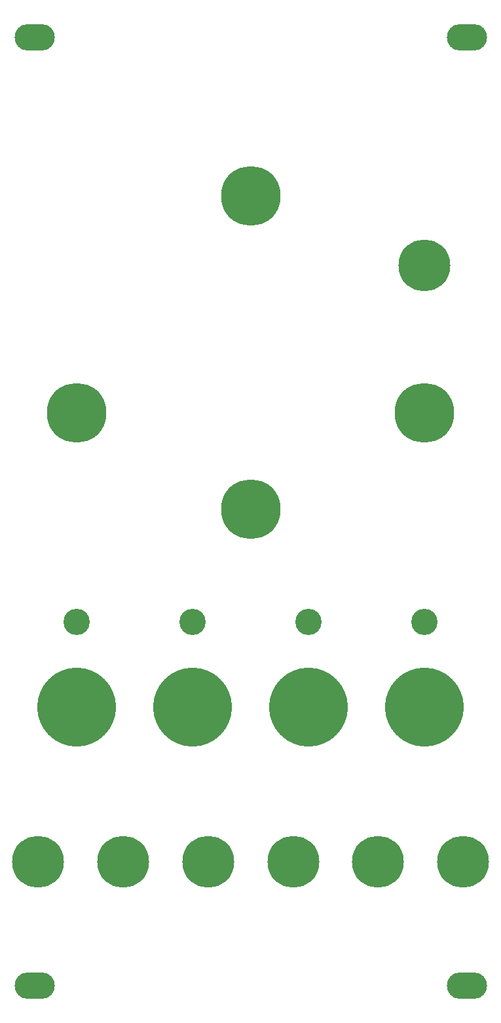
<source format=gts>
G04 #@! TF.GenerationSoftware,KiCad,Pcbnew,(5.0.0-rc2)*
G04 #@! TF.CreationDate,2020-07-08T18:21:40+03:00*
G04 #@! TF.ProjectId,DELPNL2,44454C504E4C322E6B696361645F7063,rev?*
G04 #@! TF.SameCoordinates,PX2549e60PY82a7440*
G04 #@! TF.FileFunction,Soldermask,Top*
G04 #@! TF.FilePolarity,Negative*
%FSLAX46Y46*%
G04 Gerber Fmt 4.6, Leading zero omitted, Abs format (unit mm)*
G04 Created by KiCad (PCBNEW (5.0.0-rc2)) date Wed Jul  8 18:21:40 2020*
%MOMM*%
%LPD*%
G01*
G04 APERTURE LIST*
%ADD10C,7.700000*%
%ADD11C,6.700000*%
%ADD12O,5.200000X3.400000*%
%ADD13C,3.400000*%
%ADD14C,10.200000*%
G04 APERTURE END LIST*
D10*
G04 #@! TO.C,Ref\002A\002A*
X35400000Y105000000D03*
G04 #@! TD*
G04 #@! TO.C,Ref\002A\002A*
X57900000Y77000000D03*
G04 #@! TD*
G04 #@! TO.C,Ref\002A\002A*
X35400000Y64500000D03*
G04 #@! TD*
G04 #@! TO.C,Ref\002A\002A*
X12900000Y77000000D03*
G04 #@! TD*
D11*
G04 #@! TO.C,Ref\002A\002A*
X57900000Y96000000D03*
G04 #@! TD*
D12*
G04 #@! TO.C,X*
X63400000Y125500000D03*
G04 #@! TD*
G04 #@! TO.C,X*
X7500000Y125500000D03*
G04 #@! TD*
G04 #@! TO.C,X*
X63400000Y3000000D03*
G04 #@! TD*
D13*
G04 #@! TO.C,Ref\002A\002A*
X12900000Y50000000D03*
G04 #@! TD*
G04 #@! TO.C,Ref\002A\002A*
X27900000Y50000000D03*
G04 #@! TD*
G04 #@! TO.C,Ref\002A\002A*
X42900000Y50000000D03*
G04 #@! TD*
G04 #@! TO.C,Ref\002A\002A*
X57900000Y50000000D03*
G04 #@! TD*
D11*
G04 #@! TO.C,Ref\002A\002A*
X7900000Y19000000D03*
G04 #@! TD*
G04 #@! TO.C,Ref\002A\002A*
X18900000Y19000000D03*
G04 #@! TD*
G04 #@! TO.C,Ref\002A\002A*
X29900000Y19000000D03*
G04 #@! TD*
G04 #@! TO.C,Ref\002A\002A*
X40900000Y19000000D03*
G04 #@! TD*
G04 #@! TO.C,Ref\002A\002A*
X51900000Y19000000D03*
G04 #@! TD*
G04 #@! TO.C,Ref\002A\002A*
X62900000Y19000000D03*
G04 #@! TD*
D14*
G04 #@! TO.C,Ref\002A\002A*
X12900000Y39000000D03*
G04 #@! TD*
G04 #@! TO.C,Ref\002A\002A*
X27900000Y39000000D03*
G04 #@! TD*
G04 #@! TO.C,Ref\002A\002A*
X42900000Y39000000D03*
G04 #@! TD*
G04 #@! TO.C,Ref\002A\002A*
X57900000Y39000000D03*
G04 #@! TD*
D12*
G04 #@! TO.C,X*
X7500000Y3000000D03*
G04 #@! TD*
M02*

</source>
